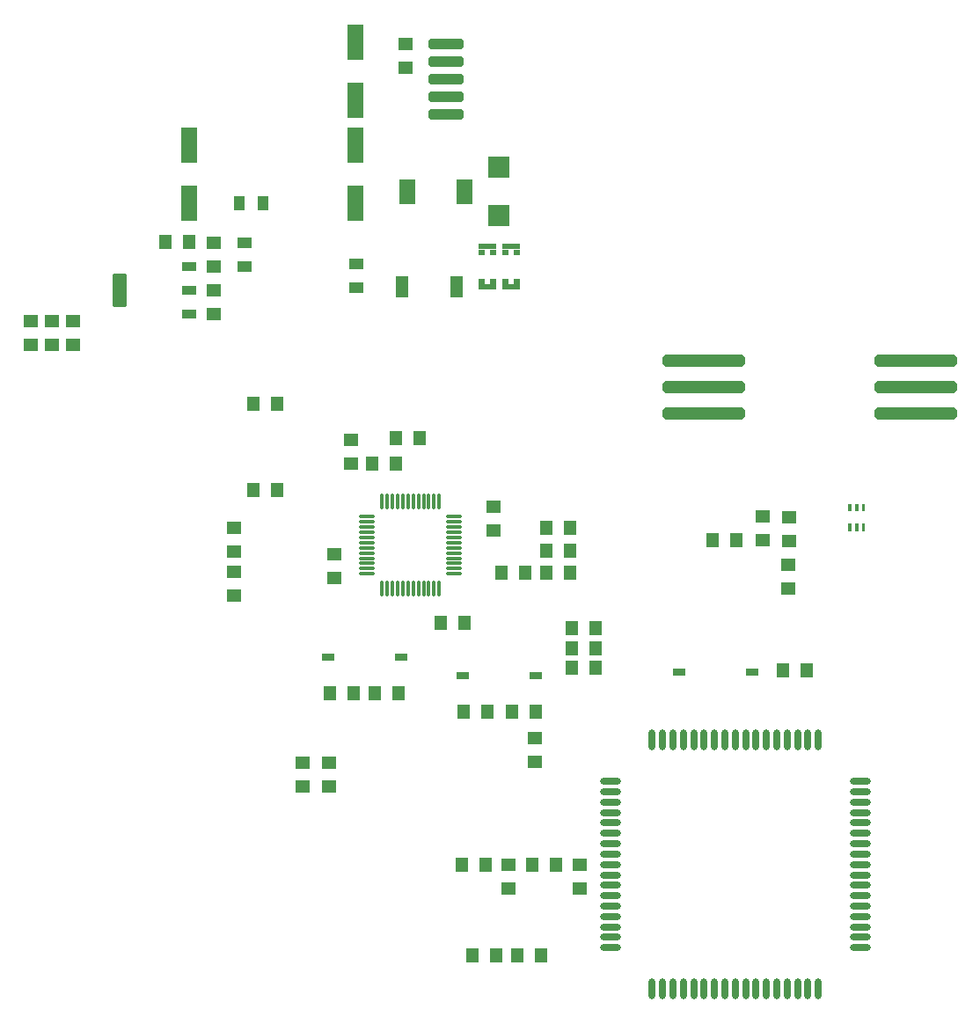
<source format=gtp>
G04*
G04 #@! TF.GenerationSoftware,Altium Limited,Altium Designer,22.2.1 (43)*
G04*
G04 Layer_Color=8421504*
%FSLAX24Y24*%
%MOIN*%
G70*
G04*
G04 #@! TF.SameCoordinates,AB8B2AD1-1602-442A-A43A-F402AF7CDF0B*
G04*
G04*
G04 #@! TF.FilePolarity,Positive*
G04*
G01*
G75*
%ADD22R,0.0550X0.0500*%
%ADD23R,0.0500X0.0550*%
%ADD24R,0.0472X0.0315*%
G04:AMPARAMS|DCode=25|XSize=61.4mil|YSize=11.8mil|CornerRadius=4.1mil|HoleSize=0mil|Usage=FLASHONLY|Rotation=270.000|XOffset=0mil|YOffset=0mil|HoleType=Round|Shape=RoundedRectangle|*
%AMROUNDEDRECTD25*
21,1,0.0614,0.0035,0,0,270.0*
21,1,0.0531,0.0118,0,0,270.0*
1,1,0.0083,-0.0018,-0.0266*
1,1,0.0083,-0.0018,0.0266*
1,1,0.0083,0.0018,0.0266*
1,1,0.0083,0.0018,-0.0266*
%
%ADD25ROUNDEDRECTD25*%
G04:AMPARAMS|DCode=26|XSize=61.4mil|YSize=11.8mil|CornerRadius=4.1mil|HoleSize=0mil|Usage=FLASHONLY|Rotation=180.000|XOffset=0mil|YOffset=0mil|HoleType=Round|Shape=RoundedRectangle|*
%AMROUNDEDRECTD26*
21,1,0.0614,0.0035,0,0,180.0*
21,1,0.0531,0.0118,0,0,180.0*
1,1,0.0083,-0.0266,0.0018*
1,1,0.0083,0.0266,0.0018*
1,1,0.0083,0.0266,-0.0018*
1,1,0.0083,-0.0266,-0.0018*
%
%ADD26ROUNDEDRECTD26*%
G04:AMPARAMS|DCode=27|XSize=36.6mil|YSize=51.6mil|CornerRadius=2.7mil|HoleSize=0mil|Usage=FLASHONLY|Rotation=90.000|XOffset=0mil|YOffset=0mil|HoleType=Round|Shape=RoundedRectangle|*
%AMROUNDEDRECTD27*
21,1,0.0366,0.0461,0,0,90.0*
21,1,0.0311,0.0516,0,0,90.0*
1,1,0.0055,0.0230,0.0156*
1,1,0.0055,0.0230,-0.0156*
1,1,0.0055,-0.0230,-0.0156*
1,1,0.0055,-0.0230,0.0156*
%
%ADD27ROUNDEDRECTD27*%
G04:AMPARAMS|DCode=28|XSize=127.6mil|YSize=51.6mil|CornerRadius=3.9mil|HoleSize=0mil|Usage=FLASHONLY|Rotation=90.000|XOffset=0mil|YOffset=0mil|HoleType=Round|Shape=RoundedRectangle|*
%AMROUNDEDRECTD28*
21,1,0.1276,0.0438,0,0,90.0*
21,1,0.1198,0.0516,0,0,90.0*
1,1,0.0077,0.0219,0.0599*
1,1,0.0077,0.0219,-0.0599*
1,1,0.0077,-0.0219,-0.0599*
1,1,0.0077,-0.0219,0.0599*
%
%ADD28ROUNDEDRECTD28*%
%ADD29R,0.0550X0.0394*%
%ADD30R,0.0394X0.0550*%
%ADD31R,0.0630X0.1378*%
%ADD32R,0.0472X0.0827*%
%ADD33R,0.0650X0.0236*%
%ADD34R,0.0787X0.0787*%
%ADD35R,0.0591X0.0945*%
G04:AMPARAMS|DCode=36|XSize=39.4mil|YSize=133.9mil|CornerRadius=9.8mil|HoleSize=0mil|Usage=FLASHONLY|Rotation=270.000|XOffset=0mil|YOffset=0mil|HoleType=Round|Shape=RoundedRectangle|*
%AMROUNDEDRECTD36*
21,1,0.0394,0.1142,0,0,270.0*
21,1,0.0197,0.1339,0,0,270.0*
1,1,0.0197,-0.0571,-0.0098*
1,1,0.0197,-0.0571,0.0098*
1,1,0.0197,0.0571,0.0098*
1,1,0.0197,0.0571,-0.0098*
%
%ADD36ROUNDEDRECTD36*%
%ADD37O,0.0276X0.0787*%
%ADD38O,0.0787X0.0276*%
G04:AMPARAMS|DCode=39|XSize=315mil|YSize=47.2mil|CornerRadius=0mil|HoleSize=0mil|Usage=FLASHONLY|Rotation=180.000|XOffset=0mil|YOffset=0mil|HoleType=Round|Shape=Octagon|*
%AMOCTAGOND39*
4,1,8,-0.1575,0.0118,-0.1575,-0.0118,-0.1457,-0.0236,0.1457,-0.0236,0.1575,-0.0118,0.1575,0.0118,0.1457,0.0236,-0.1457,0.0236,-0.1575,0.0118,0.0*
%
%ADD39OCTAGOND39*%

G36*
X21102Y28600D02*
X20875D01*
Y28797D01*
X21102D01*
Y28600D01*
D02*
G37*
G36*
X20625D02*
X20398D01*
Y28797D01*
X20625D01*
Y28600D01*
D02*
G37*
G36*
X20202D02*
X19975D01*
Y28797D01*
X20202D01*
Y28600D01*
D02*
G37*
G36*
Y29703D02*
X19975D01*
Y29900D01*
X20202D01*
Y29703D01*
D02*
G37*
G36*
X20625Y29900D02*
Y29703D01*
X20398D01*
Y29900D01*
X20625D01*
D02*
G37*
G36*
X21102Y29703D02*
X20875D01*
Y29900D01*
X21102D01*
Y29703D01*
D02*
G37*
G36*
X21525Y28600D02*
X21298D01*
Y28797D01*
X21525D01*
Y28600D01*
D02*
G37*
G36*
Y29900D02*
Y29703D01*
X21298D01*
Y29900D01*
X21525D01*
D02*
G37*
G36*
X34103Y19228D02*
X33985D01*
Y19524D01*
X34103D01*
Y19228D01*
D02*
G37*
G36*
Y19977D02*
X33984D01*
Y20272D01*
X34103D01*
Y19977D01*
D02*
G37*
G36*
X34359Y19228D02*
X34241D01*
Y19524D01*
X34359D01*
Y19228D01*
D02*
G37*
G36*
X34615Y19228D02*
X34497D01*
Y19524D01*
X34615D01*
Y19228D01*
D02*
G37*
G36*
X34359Y19976D02*
X34241D01*
Y20272D01*
X34359D01*
Y19976D01*
D02*
G37*
G36*
X34615Y19976D02*
X34497D01*
Y20272D01*
X34615D01*
Y19976D01*
D02*
G37*
G54D22*
X23800Y5700D02*
D03*
Y6600D02*
D03*
X21100Y5700D02*
D03*
Y6600D02*
D03*
X13300Y10450D02*
D03*
Y9550D02*
D03*
X14300Y10450D02*
D03*
Y9550D02*
D03*
X30750Y18900D02*
D03*
Y19800D02*
D03*
X31750Y18850D02*
D03*
Y19750D02*
D03*
X31700Y17050D02*
D03*
Y17950D02*
D03*
X22100Y11400D02*
D03*
Y10500D02*
D03*
X20550Y19250D02*
D03*
Y20150D02*
D03*
X15150Y22700D02*
D03*
Y21800D02*
D03*
X14500Y18350D02*
D03*
Y17450D02*
D03*
X10700Y17700D02*
D03*
Y16800D02*
D03*
Y18450D02*
D03*
Y19350D02*
D03*
X4600Y27200D02*
D03*
Y26300D02*
D03*
X3800Y27200D02*
D03*
Y26300D02*
D03*
X3000Y27200D02*
D03*
Y26300D02*
D03*
X9950Y30150D02*
D03*
Y29250D02*
D03*
Y28350D02*
D03*
Y27450D02*
D03*
X17200Y37700D02*
D03*
Y36800D02*
D03*
G54D23*
X22000Y6600D02*
D03*
X22900D02*
D03*
X19350D02*
D03*
X20250D02*
D03*
X21450Y3150D02*
D03*
X22350D02*
D03*
X19750D02*
D03*
X20650D02*
D03*
X29750Y18900D02*
D03*
X28850D02*
D03*
X31500Y13950D02*
D03*
X32400D02*
D03*
X24400Y14050D02*
D03*
X23500D02*
D03*
X24400Y14800D02*
D03*
X23500D02*
D03*
X24400Y15550D02*
D03*
X23500D02*
D03*
X21250Y12400D02*
D03*
X22150D02*
D03*
X20300D02*
D03*
X19400D02*
D03*
X16050Y13100D02*
D03*
X16950D02*
D03*
X18550Y15750D02*
D03*
X19450D02*
D03*
X15250Y13100D02*
D03*
X14350D02*
D03*
X23450Y18500D02*
D03*
X22550D02*
D03*
X23450Y17650D02*
D03*
X22550D02*
D03*
Y19350D02*
D03*
X23450D02*
D03*
X21750Y17650D02*
D03*
X20850D02*
D03*
X17750Y22750D02*
D03*
X16850D02*
D03*
Y21800D02*
D03*
X15950D02*
D03*
X11450Y20800D02*
D03*
X12350D02*
D03*
X11450Y24050D02*
D03*
X12350D02*
D03*
X9000Y30200D02*
D03*
X8100D02*
D03*
G54D24*
X27572Y13900D02*
D03*
X30328D02*
D03*
X19372Y13750D02*
D03*
X22128D02*
D03*
X17028Y14450D02*
D03*
X14272D02*
D03*
G54D25*
X16317Y20346D02*
D03*
X16514D02*
D03*
X16711D02*
D03*
X16908D02*
D03*
X17105D02*
D03*
X17302D02*
D03*
X17498D02*
D03*
X17695D02*
D03*
X17892D02*
D03*
X18089D02*
D03*
X18286D02*
D03*
X18483D02*
D03*
Y17054D02*
D03*
X18286D02*
D03*
X18089D02*
D03*
X17892D02*
D03*
X17695D02*
D03*
X17498D02*
D03*
X17302D02*
D03*
X17105D02*
D03*
X16908D02*
D03*
X16711D02*
D03*
X16514D02*
D03*
X16317D02*
D03*
G54D26*
X19046Y19783D02*
D03*
Y19586D02*
D03*
Y19389D02*
D03*
Y19192D02*
D03*
Y18995D02*
D03*
Y18798D02*
D03*
Y18602D02*
D03*
Y18405D02*
D03*
Y18208D02*
D03*
Y18011D02*
D03*
Y17814D02*
D03*
Y17617D02*
D03*
X15754D02*
D03*
Y17814D02*
D03*
Y18011D02*
D03*
Y18208D02*
D03*
Y18405D02*
D03*
Y18602D02*
D03*
Y18798D02*
D03*
Y18995D02*
D03*
Y19192D02*
D03*
Y19389D02*
D03*
Y19586D02*
D03*
Y19783D02*
D03*
G54D27*
X9017Y27448D02*
D03*
Y28350D02*
D03*
Y29252D02*
D03*
G54D28*
X6383Y28350D02*
D03*
G54D29*
X11100Y30150D02*
D03*
Y29250D02*
D03*
X15350Y29350D02*
D03*
Y28450D02*
D03*
G54D30*
X11800Y31650D02*
D03*
X10900D02*
D03*
G54D31*
X15300Y31648D02*
D03*
Y33852D02*
D03*
Y37752D02*
D03*
Y35548D02*
D03*
X9000Y31648D02*
D03*
Y33852D02*
D03*
G54D32*
X17057Y28500D02*
D03*
X19143D02*
D03*
G54D33*
X20300Y28482D02*
D03*
Y30018D02*
D03*
X21200Y28482D02*
D03*
Y30018D02*
D03*
G54D34*
X20750Y31175D02*
D03*
Y33025D02*
D03*
G54D35*
X17267Y32100D02*
D03*
X19433D02*
D03*
G54D36*
X18750Y37689D02*
D03*
Y37019D02*
D03*
Y35681D02*
D03*
Y36350D02*
D03*
Y35011D02*
D03*
G54D37*
X26550Y1876D02*
D03*
X26944D02*
D03*
X27338D02*
D03*
X27731D02*
D03*
X28125D02*
D03*
X28519D02*
D03*
X28913D02*
D03*
X29306D02*
D03*
X29700D02*
D03*
X30094D02*
D03*
X30487D02*
D03*
X30881D02*
D03*
X31275D02*
D03*
X31669D02*
D03*
X32062D02*
D03*
X32456D02*
D03*
X32850D02*
D03*
Y11324D02*
D03*
X32456D02*
D03*
X32062D02*
D03*
X31669D02*
D03*
X31275D02*
D03*
X30881D02*
D03*
X30487D02*
D03*
X30094D02*
D03*
X29700D02*
D03*
X29306D02*
D03*
X28913D02*
D03*
X28519D02*
D03*
X28125D02*
D03*
X27731D02*
D03*
X27338D02*
D03*
X26944D02*
D03*
X26550D02*
D03*
G54D38*
X34424Y3450D02*
D03*
Y3844D02*
D03*
Y4238D02*
D03*
Y4631D02*
D03*
Y5025D02*
D03*
Y5419D02*
D03*
Y5813D02*
D03*
Y6206D02*
D03*
Y6600D02*
D03*
Y6994D02*
D03*
Y7387D02*
D03*
Y7781D02*
D03*
Y8175D02*
D03*
Y8569D02*
D03*
Y8962D02*
D03*
Y9356D02*
D03*
Y9750D02*
D03*
X24976D02*
D03*
Y9356D02*
D03*
Y8962D02*
D03*
Y8569D02*
D03*
Y8175D02*
D03*
Y7781D02*
D03*
Y7387D02*
D03*
Y6994D02*
D03*
Y6600D02*
D03*
Y6206D02*
D03*
Y5813D02*
D03*
Y5419D02*
D03*
Y5025D02*
D03*
Y4631D02*
D03*
Y4238D02*
D03*
Y3844D02*
D03*
Y3450D02*
D03*
G54D39*
X36531Y23700D02*
D03*
Y24700D02*
D03*
Y25700D02*
D03*
X28509D02*
D03*
Y24700D02*
D03*
Y23700D02*
D03*
M02*

</source>
